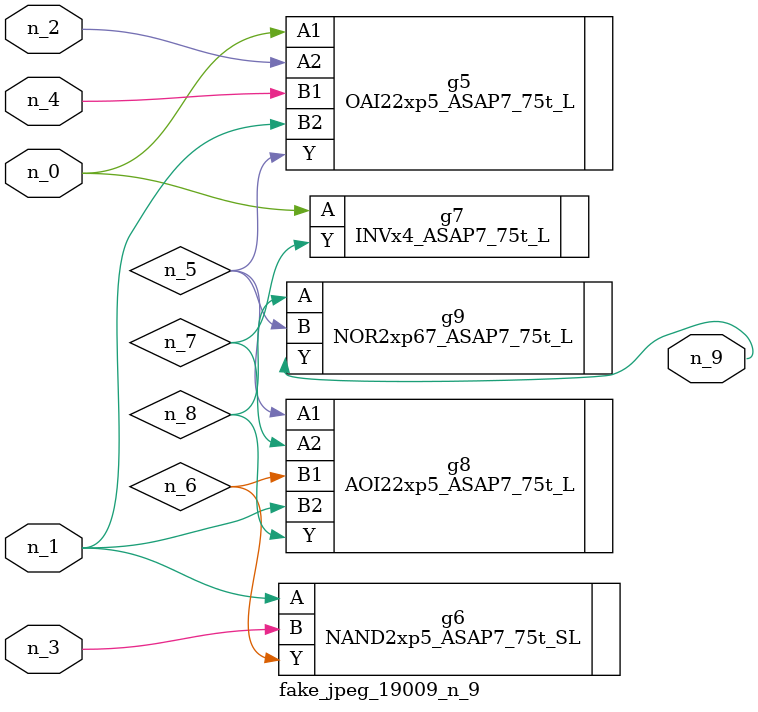
<source format=v>
module fake_jpeg_19009_n_9 (n_3, n_2, n_1, n_0, n_4, n_9);

input n_3;
input n_2;
input n_1;
input n_0;
input n_4;

output n_9;

wire n_8;
wire n_6;
wire n_5;
wire n_7;

OAI22xp5_ASAP7_75t_L g5 ( 
.A1(n_0),
.A2(n_2),
.B1(n_4),
.B2(n_1),
.Y(n_5)
);

NAND2xp5_ASAP7_75t_SL g6 ( 
.A(n_1),
.B(n_3),
.Y(n_6)
);

INVx4_ASAP7_75t_L g7 ( 
.A(n_0),
.Y(n_7)
);

AOI22xp5_ASAP7_75t_L g8 ( 
.A1(n_5),
.A2(n_7),
.B1(n_6),
.B2(n_1),
.Y(n_8)
);

NOR2xp67_ASAP7_75t_L g9 ( 
.A(n_8),
.B(n_5),
.Y(n_9)
);


endmodule
</source>
